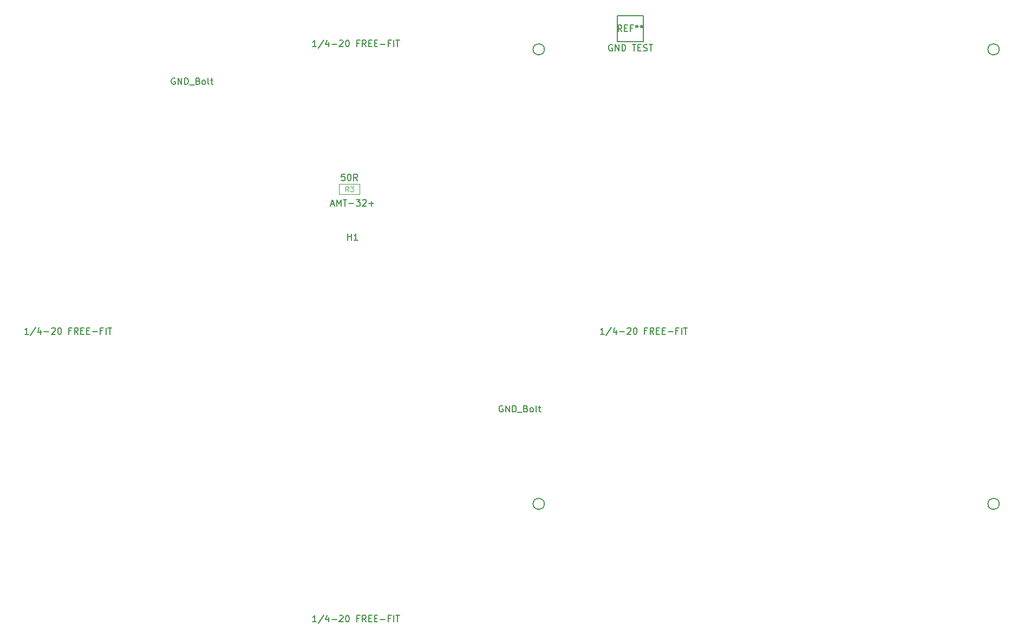
<source format=gbr>
G04 #@! TF.GenerationSoftware,KiCad,Pcbnew,6.0.4-6f826c9f35~116~ubuntu20.04.1*
G04 #@! TF.CreationDate,2022-04-28T21:29:12-04:00*
G04 #@! TF.ProjectId,LWA Active Test 2022,4c574120-4163-4746-9976-652054657374,1.1*
G04 #@! TF.SameCoordinates,Original*
G04 #@! TF.FileFunction,AssemblyDrawing,Top*
%FSLAX46Y46*%
G04 Gerber Fmt 4.6, Leading zero omitted, Abs format (unit mm)*
G04 Created by KiCad (PCBNEW 6.0.4-6f826c9f35~116~ubuntu20.04.1) date 2022-04-28 21:29:12*
%MOMM*%
%LPD*%
G01*
G04 APERTURE LIST*
%ADD10C,0.150000*%
%ADD11C,0.120000*%
%ADD12C,0.100000*%
G04 APERTURE END LIST*
D10*
X182753000Y-135636000D02*
G75*
G03*
X182753000Y-135636000I-889000J0D01*
G01*
X111633000Y-64516000D02*
G75*
G03*
X111633000Y-64516000I-889000J0D01*
G01*
X111633000Y-135636000D02*
G75*
G03*
X111633000Y-135636000I-889000J0D01*
G01*
X182753000Y-64516000D02*
G75*
G03*
X182753000Y-64516000I-889000J0D01*
G01*
G04 #@! TO.C,FP1*
X30976921Y-109088180D02*
X30405492Y-109088180D01*
X30691207Y-109088180D02*
X30691207Y-108088180D01*
X30595968Y-108231038D01*
X30500730Y-108326276D01*
X30405492Y-108373895D01*
X32119778Y-108040561D02*
X31262635Y-109326276D01*
X32881683Y-108421514D02*
X32881683Y-109088180D01*
X32643588Y-108040561D02*
X32405492Y-108754847D01*
X33024540Y-108754847D01*
X33405492Y-108707228D02*
X34167397Y-108707228D01*
X34595968Y-108183419D02*
X34643588Y-108135800D01*
X34738826Y-108088180D01*
X34976921Y-108088180D01*
X35072159Y-108135800D01*
X35119778Y-108183419D01*
X35167397Y-108278657D01*
X35167397Y-108373895D01*
X35119778Y-108516752D01*
X34548349Y-109088180D01*
X35167397Y-109088180D01*
X35786445Y-108088180D02*
X35881683Y-108088180D01*
X35976921Y-108135800D01*
X36024540Y-108183419D01*
X36072159Y-108278657D01*
X36119778Y-108469133D01*
X36119778Y-108707228D01*
X36072159Y-108897704D01*
X36024540Y-108992942D01*
X35976921Y-109040561D01*
X35881683Y-109088180D01*
X35786445Y-109088180D01*
X35691207Y-109040561D01*
X35643588Y-108992942D01*
X35595968Y-108897704D01*
X35548349Y-108707228D01*
X35548349Y-108469133D01*
X35595968Y-108278657D01*
X35643588Y-108183419D01*
X35691207Y-108135800D01*
X35786445Y-108088180D01*
X37643588Y-108564371D02*
X37310254Y-108564371D01*
X37310254Y-109088180D02*
X37310254Y-108088180D01*
X37786445Y-108088180D01*
X38738826Y-109088180D02*
X38405492Y-108611990D01*
X38167397Y-109088180D02*
X38167397Y-108088180D01*
X38548349Y-108088180D01*
X38643588Y-108135800D01*
X38691207Y-108183419D01*
X38738826Y-108278657D01*
X38738826Y-108421514D01*
X38691207Y-108516752D01*
X38643588Y-108564371D01*
X38548349Y-108611990D01*
X38167397Y-108611990D01*
X39167397Y-108564371D02*
X39500730Y-108564371D01*
X39643588Y-109088180D02*
X39167397Y-109088180D01*
X39167397Y-108088180D01*
X39643588Y-108088180D01*
X40072159Y-108564371D02*
X40405492Y-108564371D01*
X40548349Y-109088180D02*
X40072159Y-109088180D01*
X40072159Y-108088180D01*
X40548349Y-108088180D01*
X40976921Y-108707228D02*
X41738826Y-108707228D01*
X42548349Y-108564371D02*
X42215016Y-108564371D01*
X42215016Y-109088180D02*
X42215016Y-108088180D01*
X42691207Y-108088180D01*
X43072159Y-109088180D02*
X43072159Y-108088180D01*
X43405492Y-108088180D02*
X43976921Y-108088180D01*
X43691207Y-109088180D02*
X43691207Y-108088180D01*
G04 #@! TO.C,FP2*
X120976945Y-109088180D02*
X120405516Y-109088180D01*
X120691231Y-109088180D02*
X120691231Y-108088180D01*
X120595992Y-108231038D01*
X120500754Y-108326276D01*
X120405516Y-108373895D01*
X122119802Y-108040561D02*
X121262659Y-109326276D01*
X122881707Y-108421514D02*
X122881707Y-109088180D01*
X122643612Y-108040561D02*
X122405516Y-108754847D01*
X123024564Y-108754847D01*
X123405516Y-108707228D02*
X124167421Y-108707228D01*
X124595992Y-108183419D02*
X124643612Y-108135800D01*
X124738850Y-108088180D01*
X124976945Y-108088180D01*
X125072183Y-108135800D01*
X125119802Y-108183419D01*
X125167421Y-108278657D01*
X125167421Y-108373895D01*
X125119802Y-108516752D01*
X124548373Y-109088180D01*
X125167421Y-109088180D01*
X125786469Y-108088180D02*
X125881707Y-108088180D01*
X125976945Y-108135800D01*
X126024564Y-108183419D01*
X126072183Y-108278657D01*
X126119802Y-108469133D01*
X126119802Y-108707228D01*
X126072183Y-108897704D01*
X126024564Y-108992942D01*
X125976945Y-109040561D01*
X125881707Y-109088180D01*
X125786469Y-109088180D01*
X125691231Y-109040561D01*
X125643612Y-108992942D01*
X125595992Y-108897704D01*
X125548373Y-108707228D01*
X125548373Y-108469133D01*
X125595992Y-108278657D01*
X125643612Y-108183419D01*
X125691231Y-108135800D01*
X125786469Y-108088180D01*
X127643612Y-108564371D02*
X127310278Y-108564371D01*
X127310278Y-109088180D02*
X127310278Y-108088180D01*
X127786469Y-108088180D01*
X128738850Y-109088180D02*
X128405516Y-108611990D01*
X128167421Y-109088180D02*
X128167421Y-108088180D01*
X128548373Y-108088180D01*
X128643612Y-108135800D01*
X128691231Y-108183419D01*
X128738850Y-108278657D01*
X128738850Y-108421514D01*
X128691231Y-108516752D01*
X128643612Y-108564371D01*
X128548373Y-108611990D01*
X128167421Y-108611990D01*
X129167421Y-108564371D02*
X129500754Y-108564371D01*
X129643612Y-109088180D02*
X129167421Y-109088180D01*
X129167421Y-108088180D01*
X129643612Y-108088180D01*
X130072183Y-108564371D02*
X130405516Y-108564371D01*
X130548373Y-109088180D02*
X130072183Y-109088180D01*
X130072183Y-108088180D01*
X130548373Y-108088180D01*
X130976945Y-108707228D02*
X131738850Y-108707228D01*
X132548373Y-108564371D02*
X132215040Y-108564371D01*
X132215040Y-109088180D02*
X132215040Y-108088180D01*
X132691231Y-108088180D01*
X133072183Y-109088180D02*
X133072183Y-108088180D01*
X133405516Y-108088180D02*
X133976945Y-108088180D01*
X133691231Y-109088180D02*
X133691231Y-108088180D01*
G04 #@! TO.C,FP3*
X75976933Y-64088168D02*
X75405504Y-64088168D01*
X75691219Y-64088168D02*
X75691219Y-63088168D01*
X75595980Y-63231026D01*
X75500742Y-63326264D01*
X75405504Y-63373883D01*
X77119790Y-63040549D02*
X76262647Y-64326264D01*
X77881695Y-63421502D02*
X77881695Y-64088168D01*
X77643600Y-63040549D02*
X77405504Y-63754835D01*
X78024552Y-63754835D01*
X78405504Y-63707216D02*
X79167409Y-63707216D01*
X79595980Y-63183407D02*
X79643600Y-63135788D01*
X79738838Y-63088168D01*
X79976933Y-63088168D01*
X80072171Y-63135788D01*
X80119790Y-63183407D01*
X80167409Y-63278645D01*
X80167409Y-63373883D01*
X80119790Y-63516740D01*
X79548361Y-64088168D01*
X80167409Y-64088168D01*
X80786457Y-63088168D02*
X80881695Y-63088168D01*
X80976933Y-63135788D01*
X81024552Y-63183407D01*
X81072171Y-63278645D01*
X81119790Y-63469121D01*
X81119790Y-63707216D01*
X81072171Y-63897692D01*
X81024552Y-63992930D01*
X80976933Y-64040549D01*
X80881695Y-64088168D01*
X80786457Y-64088168D01*
X80691219Y-64040549D01*
X80643600Y-63992930D01*
X80595980Y-63897692D01*
X80548361Y-63707216D01*
X80548361Y-63469121D01*
X80595980Y-63278645D01*
X80643600Y-63183407D01*
X80691219Y-63135788D01*
X80786457Y-63088168D01*
X82643600Y-63564359D02*
X82310266Y-63564359D01*
X82310266Y-64088168D02*
X82310266Y-63088168D01*
X82786457Y-63088168D01*
X83738838Y-64088168D02*
X83405504Y-63611978D01*
X83167409Y-64088168D02*
X83167409Y-63088168D01*
X83548361Y-63088168D01*
X83643600Y-63135788D01*
X83691219Y-63183407D01*
X83738838Y-63278645D01*
X83738838Y-63421502D01*
X83691219Y-63516740D01*
X83643600Y-63564359D01*
X83548361Y-63611978D01*
X83167409Y-63611978D01*
X84167409Y-63564359D02*
X84500742Y-63564359D01*
X84643600Y-64088168D02*
X84167409Y-64088168D01*
X84167409Y-63088168D01*
X84643600Y-63088168D01*
X85072171Y-63564359D02*
X85405504Y-63564359D01*
X85548361Y-64088168D02*
X85072171Y-64088168D01*
X85072171Y-63088168D01*
X85548361Y-63088168D01*
X85976933Y-63707216D02*
X86738838Y-63707216D01*
X87548361Y-63564359D02*
X87215028Y-63564359D01*
X87215028Y-64088168D02*
X87215028Y-63088168D01*
X87691219Y-63088168D01*
X88072171Y-64088168D02*
X88072171Y-63088168D01*
X88405504Y-63088168D02*
X88976933Y-63088168D01*
X88691219Y-64088168D02*
X88691219Y-63088168D01*
G04 #@! TO.C,FP4*
X75976933Y-154088192D02*
X75405504Y-154088192D01*
X75691219Y-154088192D02*
X75691219Y-153088192D01*
X75595980Y-153231050D01*
X75500742Y-153326288D01*
X75405504Y-153373907D01*
X77119790Y-153040573D02*
X76262647Y-154326288D01*
X77881695Y-153421526D02*
X77881695Y-154088192D01*
X77643600Y-153040573D02*
X77405504Y-153754859D01*
X78024552Y-153754859D01*
X78405504Y-153707240D02*
X79167409Y-153707240D01*
X79595980Y-153183431D02*
X79643600Y-153135812D01*
X79738838Y-153088192D01*
X79976933Y-153088192D01*
X80072171Y-153135812D01*
X80119790Y-153183431D01*
X80167409Y-153278669D01*
X80167409Y-153373907D01*
X80119790Y-153516764D01*
X79548361Y-154088192D01*
X80167409Y-154088192D01*
X80786457Y-153088192D02*
X80881695Y-153088192D01*
X80976933Y-153135812D01*
X81024552Y-153183431D01*
X81072171Y-153278669D01*
X81119790Y-153469145D01*
X81119790Y-153707240D01*
X81072171Y-153897716D01*
X81024552Y-153992954D01*
X80976933Y-154040573D01*
X80881695Y-154088192D01*
X80786457Y-154088192D01*
X80691219Y-154040573D01*
X80643600Y-153992954D01*
X80595980Y-153897716D01*
X80548361Y-153707240D01*
X80548361Y-153469145D01*
X80595980Y-153278669D01*
X80643600Y-153183431D01*
X80691219Y-153135812D01*
X80786457Y-153088192D01*
X82643600Y-153564383D02*
X82310266Y-153564383D01*
X82310266Y-154088192D02*
X82310266Y-153088192D01*
X82786457Y-153088192D01*
X83738838Y-154088192D02*
X83405504Y-153612002D01*
X83167409Y-154088192D02*
X83167409Y-153088192D01*
X83548361Y-153088192D01*
X83643600Y-153135812D01*
X83691219Y-153183431D01*
X83738838Y-153278669D01*
X83738838Y-153421526D01*
X83691219Y-153516764D01*
X83643600Y-153564383D01*
X83548361Y-153612002D01*
X83167409Y-153612002D01*
X84167409Y-153564383D02*
X84500742Y-153564383D01*
X84643600Y-154088192D02*
X84167409Y-154088192D01*
X84167409Y-153088192D01*
X84643600Y-153088192D01*
X85072171Y-153564383D02*
X85405504Y-153564383D01*
X85548361Y-154088192D02*
X85072171Y-154088192D01*
X85072171Y-153088192D01*
X85548361Y-153088192D01*
X85976933Y-153707240D02*
X86738838Y-153707240D01*
X87548361Y-153564383D02*
X87215028Y-153564383D01*
X87215028Y-154088192D02*
X87215028Y-153088192D01*
X87691219Y-153088192D01*
X88072171Y-154088192D02*
X88072171Y-153088192D01*
X88405504Y-153088192D02*
X88976933Y-153088192D01*
X88691219Y-154088192D02*
X88691219Y-153088192D01*
G04 #@! TO.C,H1*
X78254647Y-88736466D02*
X78730838Y-88736466D01*
X78159409Y-89022180D02*
X78492742Y-88022180D01*
X78826076Y-89022180D01*
X79159409Y-89022180D02*
X79159409Y-88022180D01*
X79492742Y-88736466D01*
X79826076Y-88022180D01*
X79826076Y-89022180D01*
X80159409Y-88022180D02*
X80730838Y-88022180D01*
X80445123Y-89022180D02*
X80445123Y-88022180D01*
X81064171Y-88641228D02*
X81826076Y-88641228D01*
X82207028Y-88022180D02*
X82826076Y-88022180D01*
X82492742Y-88403133D01*
X82635600Y-88403133D01*
X82730838Y-88450752D01*
X82778457Y-88498371D01*
X82826076Y-88593609D01*
X82826076Y-88831704D01*
X82778457Y-88926942D01*
X82730838Y-88974561D01*
X82635600Y-89022180D01*
X82349885Y-89022180D01*
X82254647Y-88974561D01*
X82207028Y-88926942D01*
X83207028Y-88117419D02*
X83254647Y-88069800D01*
X83349885Y-88022180D01*
X83587980Y-88022180D01*
X83683219Y-88069800D01*
X83730838Y-88117419D01*
X83778457Y-88212657D01*
X83778457Y-88307895D01*
X83730838Y-88450752D01*
X83159409Y-89022180D01*
X83778457Y-89022180D01*
X84207028Y-88641228D02*
X84968933Y-88641228D01*
X84587980Y-89022180D02*
X84587980Y-88260276D01*
X80873695Y-94356180D02*
X80873695Y-93356180D01*
X80873695Y-93832371D02*
X81445123Y-93832371D01*
X81445123Y-94356180D02*
X81445123Y-93356180D01*
X82445123Y-94356180D02*
X81873695Y-94356180D01*
X82159409Y-94356180D02*
X82159409Y-93356180D01*
X82064171Y-93499038D01*
X81968933Y-93594276D01*
X81873695Y-93641895D01*
G04 #@! TO.C,TP2*
X122236266Y-63812800D02*
X122141028Y-63765180D01*
X121998171Y-63765180D01*
X121855314Y-63812800D01*
X121760076Y-63908038D01*
X121712457Y-64003276D01*
X121664838Y-64193752D01*
X121664838Y-64336609D01*
X121712457Y-64527085D01*
X121760076Y-64622323D01*
X121855314Y-64717561D01*
X121998171Y-64765180D01*
X122093409Y-64765180D01*
X122236266Y-64717561D01*
X122283885Y-64669942D01*
X122283885Y-64336609D01*
X122093409Y-64336609D01*
X122712457Y-64765180D02*
X122712457Y-63765180D01*
X123283885Y-64765180D01*
X123283885Y-63765180D01*
X123760076Y-64765180D02*
X123760076Y-63765180D01*
X123998171Y-63765180D01*
X124141028Y-63812800D01*
X124236266Y-63908038D01*
X124283885Y-64003276D01*
X124331504Y-64193752D01*
X124331504Y-64336609D01*
X124283885Y-64527085D01*
X124236266Y-64622323D01*
X124141028Y-64717561D01*
X123998171Y-64765180D01*
X123760076Y-64765180D01*
X125379123Y-63765180D02*
X125950552Y-63765180D01*
X125664838Y-64765180D02*
X125664838Y-63765180D01*
X126283885Y-64241371D02*
X126617219Y-64241371D01*
X126760076Y-64765180D02*
X126283885Y-64765180D01*
X126283885Y-63765180D01*
X126760076Y-63765180D01*
X127141028Y-64717561D02*
X127283885Y-64765180D01*
X127521980Y-64765180D01*
X127617219Y-64717561D01*
X127664838Y-64669942D01*
X127712457Y-64574704D01*
X127712457Y-64479466D01*
X127664838Y-64384228D01*
X127617219Y-64336609D01*
X127521980Y-64288990D01*
X127331504Y-64241371D01*
X127236266Y-64193752D01*
X127188647Y-64146133D01*
X127141028Y-64050895D01*
X127141028Y-63955657D01*
X127188647Y-63860419D01*
X127236266Y-63812800D01*
X127331504Y-63765180D01*
X127569600Y-63765180D01*
X127712457Y-63812800D01*
X127998171Y-63765180D02*
X128569600Y-63765180D01*
X128283885Y-64765180D02*
X128283885Y-63765180D01*
X123736266Y-61717180D02*
X123402933Y-61240990D01*
X123164838Y-61717180D02*
X123164838Y-60717180D01*
X123545790Y-60717180D01*
X123641028Y-60764800D01*
X123688647Y-60812419D01*
X123736266Y-60907657D01*
X123736266Y-61050514D01*
X123688647Y-61145752D01*
X123641028Y-61193371D01*
X123545790Y-61240990D01*
X123164838Y-61240990D01*
X124164838Y-61193371D02*
X124498171Y-61193371D01*
X124641028Y-61717180D02*
X124164838Y-61717180D01*
X124164838Y-60717180D01*
X124641028Y-60717180D01*
X125402933Y-61193371D02*
X125069600Y-61193371D01*
X125069600Y-61717180D02*
X125069600Y-60717180D01*
X125545790Y-60717180D01*
X126069600Y-60717180D02*
X126069600Y-60955276D01*
X125831504Y-60860038D02*
X126069600Y-60955276D01*
X126307695Y-60860038D01*
X125926742Y-61145752D02*
X126069600Y-60955276D01*
X126212457Y-61145752D01*
X126831504Y-60717180D02*
X126831504Y-60955276D01*
X126593409Y-60860038D02*
X126831504Y-60955276D01*
X127069600Y-60860038D01*
X126688647Y-61145752D02*
X126831504Y-60955276D01*
X126974361Y-61145752D01*
G04 #@! TO.C,MH1*
X105126370Y-120299428D02*
X105031132Y-120251808D01*
X104888275Y-120251808D01*
X104745418Y-120299428D01*
X104650180Y-120394666D01*
X104602561Y-120489904D01*
X104554942Y-120680380D01*
X104554942Y-120823237D01*
X104602561Y-121013713D01*
X104650180Y-121108951D01*
X104745418Y-121204189D01*
X104888275Y-121251808D01*
X104983513Y-121251808D01*
X105126370Y-121204189D01*
X105173989Y-121156570D01*
X105173989Y-120823237D01*
X104983513Y-120823237D01*
X105602561Y-121251808D02*
X105602561Y-120251808D01*
X106173989Y-121251808D01*
X106173989Y-120251808D01*
X106650180Y-121251808D02*
X106650180Y-120251808D01*
X106888275Y-120251808D01*
X107031132Y-120299428D01*
X107126370Y-120394666D01*
X107173989Y-120489904D01*
X107221608Y-120680380D01*
X107221608Y-120823237D01*
X107173989Y-121013713D01*
X107126370Y-121108951D01*
X107031132Y-121204189D01*
X106888275Y-121251808D01*
X106650180Y-121251808D01*
X107412085Y-121347047D02*
X108173989Y-121347047D01*
X108745418Y-120727999D02*
X108888275Y-120775618D01*
X108935894Y-120823237D01*
X108983513Y-120918475D01*
X108983513Y-121061332D01*
X108935894Y-121156570D01*
X108888275Y-121204189D01*
X108793037Y-121251808D01*
X108412085Y-121251808D01*
X108412085Y-120251808D01*
X108745418Y-120251808D01*
X108840656Y-120299428D01*
X108888275Y-120347047D01*
X108935894Y-120442285D01*
X108935894Y-120537523D01*
X108888275Y-120632761D01*
X108840656Y-120680380D01*
X108745418Y-120727999D01*
X108412085Y-120727999D01*
X109554942Y-121251808D02*
X109459704Y-121204189D01*
X109412085Y-121156570D01*
X109364466Y-121061332D01*
X109364466Y-120775618D01*
X109412085Y-120680380D01*
X109459704Y-120632761D01*
X109554942Y-120585142D01*
X109697799Y-120585142D01*
X109793037Y-120632761D01*
X109840656Y-120680380D01*
X109888275Y-120775618D01*
X109888275Y-121061332D01*
X109840656Y-121156570D01*
X109793037Y-121204189D01*
X109697799Y-121251808D01*
X109554942Y-121251808D01*
X110459704Y-121251808D02*
X110364466Y-121204189D01*
X110316847Y-121108951D01*
X110316847Y-120251808D01*
X110697799Y-120585142D02*
X111078751Y-120585142D01*
X110840656Y-120251808D02*
X110840656Y-121108951D01*
X110888275Y-121204189D01*
X110983513Y-121251808D01*
X111078751Y-121251808D01*
G04 #@! TO.C,MH2*
X53875114Y-69048172D02*
X53779876Y-69000552D01*
X53637019Y-69000552D01*
X53494162Y-69048172D01*
X53398924Y-69143410D01*
X53351305Y-69238648D01*
X53303686Y-69429124D01*
X53303686Y-69571981D01*
X53351305Y-69762457D01*
X53398924Y-69857695D01*
X53494162Y-69952933D01*
X53637019Y-70000552D01*
X53732257Y-70000552D01*
X53875114Y-69952933D01*
X53922733Y-69905314D01*
X53922733Y-69571981D01*
X53732257Y-69571981D01*
X54351305Y-70000552D02*
X54351305Y-69000552D01*
X54922733Y-70000552D01*
X54922733Y-69000552D01*
X55398924Y-70000552D02*
X55398924Y-69000552D01*
X55637019Y-69000552D01*
X55779876Y-69048172D01*
X55875114Y-69143410D01*
X55922733Y-69238648D01*
X55970352Y-69429124D01*
X55970352Y-69571981D01*
X55922733Y-69762457D01*
X55875114Y-69857695D01*
X55779876Y-69952933D01*
X55637019Y-70000552D01*
X55398924Y-70000552D01*
X56160829Y-70095791D02*
X56922733Y-70095791D01*
X57494162Y-69476743D02*
X57637019Y-69524362D01*
X57684638Y-69571981D01*
X57732257Y-69667219D01*
X57732257Y-69810076D01*
X57684638Y-69905314D01*
X57637019Y-69952933D01*
X57541781Y-70000552D01*
X57160829Y-70000552D01*
X57160829Y-69000552D01*
X57494162Y-69000552D01*
X57589400Y-69048172D01*
X57637019Y-69095791D01*
X57684638Y-69191029D01*
X57684638Y-69286267D01*
X57637019Y-69381505D01*
X57589400Y-69429124D01*
X57494162Y-69476743D01*
X57160829Y-69476743D01*
X58303686Y-70000552D02*
X58208448Y-69952933D01*
X58160829Y-69905314D01*
X58113210Y-69810076D01*
X58113210Y-69524362D01*
X58160829Y-69429124D01*
X58208448Y-69381505D01*
X58303686Y-69333886D01*
X58446543Y-69333886D01*
X58541781Y-69381505D01*
X58589400Y-69429124D01*
X58637019Y-69524362D01*
X58637019Y-69810076D01*
X58589400Y-69905314D01*
X58541781Y-69952933D01*
X58446543Y-70000552D01*
X58303686Y-70000552D01*
X59208448Y-70000552D02*
X59113210Y-69952933D01*
X59065591Y-69857695D01*
X59065591Y-69000552D01*
X59446543Y-69333886D02*
X59827495Y-69333886D01*
X59589400Y-69000552D02*
X59589400Y-69857695D01*
X59637019Y-69952933D01*
X59732257Y-70000552D01*
X59827495Y-70000552D01*
G04 #@! TO.C,R3*
X80415504Y-84043180D02*
X79939314Y-84043180D01*
X79891695Y-84519371D01*
X79939314Y-84471752D01*
X80034552Y-84424133D01*
X80272647Y-84424133D01*
X80367885Y-84471752D01*
X80415504Y-84519371D01*
X80463123Y-84614609D01*
X80463123Y-84852704D01*
X80415504Y-84947942D01*
X80367885Y-84995561D01*
X80272647Y-85043180D01*
X80034552Y-85043180D01*
X79939314Y-84995561D01*
X79891695Y-84947942D01*
X81082171Y-84043180D02*
X81177409Y-84043180D01*
X81272647Y-84090800D01*
X81320266Y-84138419D01*
X81367885Y-84233657D01*
X81415504Y-84424133D01*
X81415504Y-84662228D01*
X81367885Y-84852704D01*
X81320266Y-84947942D01*
X81272647Y-84995561D01*
X81177409Y-85043180D01*
X81082171Y-85043180D01*
X80986933Y-84995561D01*
X80939314Y-84947942D01*
X80891695Y-84852704D01*
X80844076Y-84662228D01*
X80844076Y-84424133D01*
X80891695Y-84233657D01*
X80939314Y-84138419D01*
X80986933Y-84090800D01*
X81082171Y-84043180D01*
X82415504Y-85043180D02*
X82082171Y-84566990D01*
X81844076Y-85043180D02*
X81844076Y-84043180D01*
X82225028Y-84043180D01*
X82320266Y-84090800D01*
X82367885Y-84138419D01*
X82415504Y-84233657D01*
X82415504Y-84376514D01*
X82367885Y-84471752D01*
X82320266Y-84519371D01*
X82225028Y-84566990D01*
X81844076Y-84566990D01*
D11*
X81020266Y-86772704D02*
X80753600Y-86391752D01*
X80563123Y-86772704D02*
X80563123Y-85972704D01*
X80867885Y-85972704D01*
X80944076Y-86010800D01*
X80982171Y-86048895D01*
X81020266Y-86125085D01*
X81020266Y-86239371D01*
X80982171Y-86315561D01*
X80944076Y-86353657D01*
X80867885Y-86391752D01*
X80563123Y-86391752D01*
X81286933Y-85972704D02*
X81782171Y-85972704D01*
X81515504Y-86277466D01*
X81629790Y-86277466D01*
X81705980Y-86315561D01*
X81744076Y-86353657D01*
X81782171Y-86429847D01*
X81782171Y-86620323D01*
X81744076Y-86696514D01*
X81705980Y-86734609D01*
X81629790Y-86772704D01*
X81401219Y-86772704D01*
X81325028Y-86734609D01*
X81286933Y-86696514D01*
D10*
G04 #@! TO.C,TP2*
X127101600Y-59232800D02*
X127101600Y-63296800D01*
X123037600Y-63296800D02*
X123037600Y-59232800D01*
X127101600Y-63296800D02*
X123037600Y-63296800D01*
X123037600Y-59232800D02*
X127101600Y-59232800D01*
D12*
G04 #@! TO.C,R3*
X79553600Y-85610800D02*
X82753600Y-85610800D01*
X82753600Y-85610800D02*
X82753600Y-87210800D01*
X82753600Y-87210800D02*
X79553600Y-87210800D01*
X79553600Y-87210800D02*
X79553600Y-85610800D01*
G04 #@! TD*
M02*

</source>
